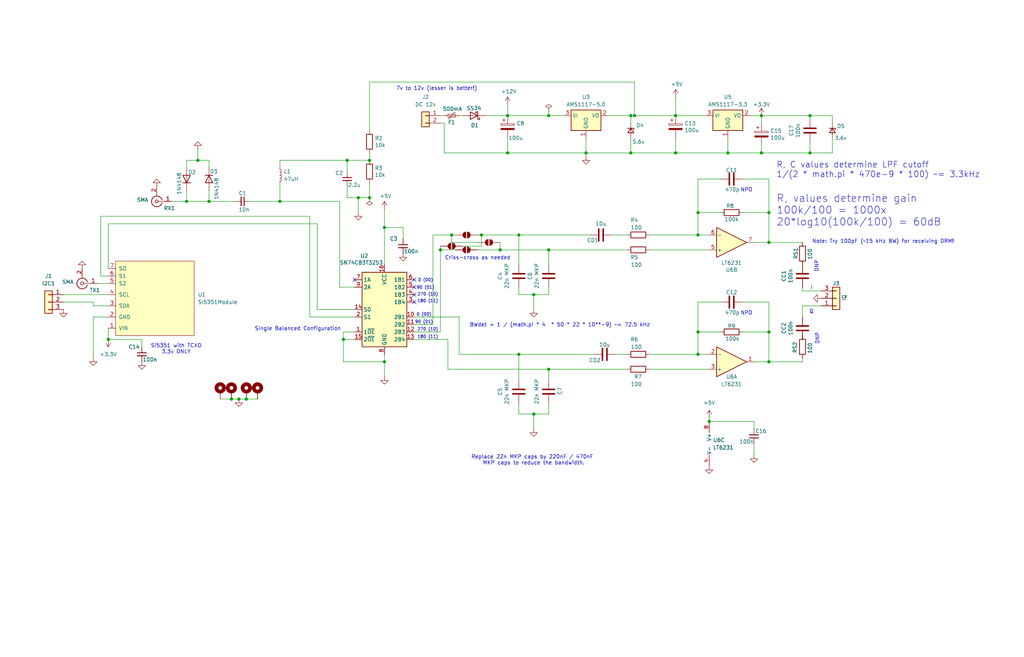
<source format=kicad_sch>
(kicad_sch (version 20231120) (generator "eeschema") (generator_version "8.0")
  (paper "User" 348.412 223.799)
  (title_block (title "QSD RX board for Quisk") (date "2024-06-17") (rev "v0.30") (company "Dhiru VU3CER / WQ6W"))
  (lib_symbols
    (symbol "Amplifier_Operational:LM4562" (pin_names (offset 0.127))
      (property "Reference" "U" (at 0 5.08 0))
      (property "Value" "LM4562" (at 0 -5.08 0))
      (symbol "LM4562_1_1"
        (polyline (pts (xy -5.08 5.08) (xy 5.08 0) (xy -5.08 -5.08) (xy -5.08 5.08)) (stroke (width 0.254)) (fill (type background)))
        (pin output line (at 7.62 0 180) (length 2.54) (name "~") (number "1"))
        (pin input line (at -7.62 -2.54 0) (length 2.54) (name "-") (number "2"))
        (pin input line (at -7.62 2.54 0) (length 2.54) (name "+") (number "3"))
      )
      (symbol "LM4562_2_1"
        (polyline (pts (xy -5.08 5.08) (xy 5.08 0) (xy -5.08 -5.08) (xy -5.08 5.08)) (stroke (width 0.254)) (fill (type background)))
        (pin input line (at -7.62 2.54 0) (length 2.54) (name "+") (number "5"))
        (pin input line (at -7.62 -2.54 0) (length 2.54) (name "-") (number "6"))
        (pin output line (at 7.62 0 180) (length 2.54) (name "~") (number "7"))
      )
      (symbol "LM4562_3_1"
        (pin power_in line (at -2.54 -7.62 90) (length 3.81) (name "V-") (number "4"))
        (pin power_in line (at -2.54 7.62 270) (length 3.81) (name "V+") (number "8"))
      )
    )
    (symbol "Amplifier_Operational:LT6234" (pin_names (offset 0.127))
      (property "Reference" "U" (at 0 5.08 0))
      (property "Value" "LT6234" (at 0 -5.08 0))
      (symbol "LT6234_1_1"
        (polyline (pts (xy -5.08 5.08) (xy 5.08 0) (xy -5.08 -5.08) (xy -5.08 5.08)) (stroke (width 0.254)) (fill (type background)))
        (pin output line (at 7.62 0 180) (length 2.54) (name "~") (number "1"))
        (pin input line (at -7.62 -2.54 0) (length 2.54) (name "-") (number "2"))
        (pin input line (at -7.62 2.54 0) (length 2.54) (name "+") (number "3"))
      )
      (symbol "LT6234_2_1"
        (polyline (pts (xy -5.08 5.08) (xy 5.08 0) (xy -5.08 -5.08) (xy -5.08 5.08)) (stroke (width 0.254)) (fill (type background)))
        (pin input line (at -7.62 2.54 0) (length 2.54) (name "+") (number "5"))
        (pin input line (at -7.62 -2.54 0) (length 2.54) (name "-") (number "6"))
        (pin output line (at 7.62 0 180) (length 2.54) (name "~") (number "7"))
      )
      (symbol "LT6234_3_1"
        (pin power_in line (at -2.54 -7.62 90) (length 3.81) (name "V-") (number "4"))
        (pin power_in line (at -2.54 7.62 270) (length 3.81) (name "V+") (number "8"))
      )
    )
    (symbol "Analog_Switch:SN74CBT3253"
      (property "Reference" "U" (at -7.62 13.97 0))
      (property "Value" "SN74CBT3253" (at -11.43 -13.97 0))
      (symbol "SN74CBT3253_0_1"
        (rectangle (start -7.62 12.7) (end 7.62 -12.7) (stroke (width 0.254)) (fill (type background)))
        (rectangle (start 7.62 -12.7) (end 7.62 -12.7))
      )
      (symbol "SN74CBT3253_1_1"
        (pin input line (at -10.16 -7.62 0) (length 2.54) (name "1~{OE}") (number "1"))
        (pin bidirectional line (at 10.16 -2.54 180) (length 2.54) (name "2B1") (number "10"))
        (pin bidirectional line (at 10.16 -5.08 180) (length 2.54) (name "2B2") (number "11"))
        (pin bidirectional line (at 10.16 -7.62 180) (length 2.54) (name "2B3") (number "12"))
        (pin bidirectional line (at 10.16 -10.16 180) (length 2.54) (name "2B4") (number "13"))
        (pin input line (at -10.16 0 0) (length 2.54) (name "S0") (number "14"))
        (pin input line (at -10.16 -10.16 0) (length 2.54) (name "2~{OE}") (number "15"))
        (pin power_in line (at 0 15.24 270) (length 2.54) (name "VCC") (number "16"))
        (pin input line (at -10.16 -2.54 0) (length 2.54) (name "S1") (number "2"))
        (pin bidirectional line (at 10.16 2.54 180) (length 2.54) (name "1B4") (number "3"))
        (pin bidirectional line (at 10.16 5.08 180) (length 2.54) (name "1B3") (number "4"))
        (pin bidirectional line (at 10.16 7.62 180) (length 2.54) (name "1B2") (number "5"))
        (pin bidirectional line (at 10.16 10.16 180) (length 2.54) (name "1B1") (number "6"))
        (pin bidirectional line (at -10.16 10.16 0) (length 2.54) (name "1A") (number "7"))
        (pin power_in line (at 0 -15.24 90) (length 2.54) (name "GND") (number "8"))
        (pin bidirectional line (at -10.16 7.62 0) (length 2.54) (name "2A") (number "9"))
      )
    )
    (symbol "Connector:Conn_Coaxial" (pin_names (offset 1.016) hide)
      (property "Reference" "J" (at 0.254 3.048 0))
      (property "Value" "Conn_Coaxial" (at 2.921 0 90))
      (symbol "Conn_Coaxial_0_1"
        (arc (start -1.778 -0.508) (mid 0.222 -1.8079) (end 1.778 0) (stroke (width 0.254)))
        (polyline (pts (xy -2.54 0) (xy -0.508 0)))
        (polyline (pts (xy 0 -2.54) (xy 0 -1.778)))
        (circle (center 0 0) (radius 0.508) (stroke (width 0.2032)))
        (arc (start 1.778 0) (mid 0.2221 1.8083) (end -1.778 0.508) (stroke (width 0.254)))
      )
      (symbol "Conn_Coaxial_1_1"
        (pin passive line (at -5.08 0 0) (length 2.54) (name "In") (number "1"))
        (pin passive line (at 0 -5.08 90) (length 2.54) (name "Ext") (number "2"))
      )
    )
    (symbol "Connector_Generic:Conn_01x02" (pin_names (offset 1.016) hide)
      (property "Reference" "J" (at 0 2.54 0))
      (property "Value" "Conn_01x02" (at 0 -5.08 0))
      (symbol "Conn_01x02_1_1"
        (rectangle (start -1.27 -2.413) (end 0 -2.667) (stroke (width 0.1524)))
        (rectangle (start -1.27 0.127) (end 0 -0.127) (stroke (width 0.1524)))
        (rectangle (start -1.27 1.27) (end 1.27 -3.81) (stroke (width 0.254)) (fill (type background)))
        (pin passive line (at -5.08 0 0) (length 3.81) (name "Pin_1") (number "1"))
        (pin passive line (at -5.08 -2.54 0) (length 3.81) (name "Pin_2") (number "2"))
      )
    )
    (symbol "Connector_Generic:Conn_01x03" (pin_names (offset 1.016) hide)
      (property "Reference" "J" (at 0 5.08 0))
      (property "Value" "Conn_01x03" (at 0 -5.08 0))
      (symbol "Conn_01x03_1_1"
        (rectangle (start -1.27 -2.413) (end 0 -2.667) (stroke (width 0.1524)))
        (rectangle (start -1.27 0.127) (end 0 -0.127) (stroke (width 0.1524)))
        (rectangle (start -1.27 2.667) (end 0 2.413) (stroke (width 0.1524)))
        (rectangle (start -1.27 3.81) (end 1.27 -3.81) (stroke (width 0.254)) (fill (type background)))
        (pin passive line (at -5.08 2.54 0) (length 3.81) (name "Pin_1") (number "1"))
        (pin passive line (at -5.08 0 0) (length 3.81) (name "Pin_2") (number "2"))
        (pin passive line (at -5.08 -2.54 0) (length 3.81) (name "Pin_3") (number "3"))
      )
    )
    (symbol "Device:C" (pin_numbers hide) (pin_names (offset 0.254))
      (property "Reference" "C" (at 0.635 2.54 0))
      (property "Value" "C" (at 0.635 -2.54 0))
      (symbol "C_0_1"
        (polyline (pts (xy -2.032 -0.762) (xy 2.032 -0.762)) (stroke (width 0.508)))
        (polyline (pts (xy -2.032 0.762) (xy 2.032 0.762)) (stroke (width 0.508)))
      )
      (symbol "C_1_1"
        (pin passive line (at 0 3.81 270) (length 2.794) (name "~") (number "1"))
        (pin passive line (at 0 -3.81 90) (length 2.794) (name "~") (number "2"))
      )
    )
    (symbol "Device:C_Polarized" (pin_numbers hide) (pin_names (offset 0.254))
      (property "Reference" "C" (at 0.635 2.54 0))
      (property "Value" "C_Polarized" (at 0.635 -2.54 0))
      (symbol "C_Polarized_0_1"
        (rectangle (start -2.286 0.508) (end 2.286 1.016))
        (polyline (pts (xy -1.778 2.286) (xy -0.762 2.286)))
        (polyline (pts (xy -1.27 2.794) (xy -1.27 1.778)))
        (rectangle (start 2.286 -0.508) (end -2.286 -1.016) (fill (type outline)))
      )
      (symbol "C_Polarized_1_1"
        (pin passive line (at 0 3.81 270) (length 2.794) (name "~") (number "1"))
        (pin passive line (at 0 -3.81 90) (length 2.794) (name "~") (number "2"))
      )
    )
    (symbol "Device:C_Small" (pin_numbers hide) (pin_names (offset 0.254) hide)
      (property "Reference" "C" (at 0.254 1.778 0))
      (property "Value" "C_Small" (at 0.254 -2.032 0))
      (symbol "C_Small_0_1"
        (polyline (pts (xy -1.524 -0.508) (xy 1.524 -0.508)) (stroke (width 0.3302)))
        (polyline (pts (xy -1.524 0.508) (xy 1.524 0.508)) (stroke (width 0.3048)))
      )
      (symbol "C_Small_1_1"
        (pin passive line (at 0 2.54 270) (length 2.032) (name "~") (number "1"))
        (pin passive line (at 0 -2.54 90) (length 2.032) (name "~") (number "2"))
      )
    )
    (symbol "Device:D_Zener_Small" (pin_numbers hide) (pin_names (offset 0.254) hide)
      (property "Reference" "D" (at 0 2.286 0))
      (property "Value" "D_Zener_Small" (at 0 -2.286 0))
      (symbol "D_Zener_Small_0_1"
        (polyline (pts (xy 0.762 0) (xy -0.762 0)))
        (polyline (pts (xy -0.254 1.016) (xy -0.762 1.016) (xy -0.762 -1.016)) (stroke (width 0.254)))
        (polyline (pts (xy 0.762 1.016) (xy -0.762 0) (xy 0.762 -1.016) (xy 0.762 1.016)) (stroke (width 0.254)))
      )
      (symbol "D_Zener_Small_1_1"
        (pin passive line (at -2.54 0 0) (length 1.778) (name "K") (number "1"))
        (pin passive line (at 2.54 0 180) (length 1.778) (name "A") (number "2"))
      )
    )
    (symbol "Device:L_Small" (pin_numbers hide) (pin_names (offset 0.254) hide)
      (property "Reference" "L" (at 0.762 1.016 0))
      (property "Value" "L_Small" (at 0.762 -1.016 0))
      (symbol "L_Small_0_1"
        (arc (start 0 -2.032) (mid 0.5058 -1.524) (end 0 -1.016))
        (arc (start 0 -1.016) (mid 0.5058 -0.508) (end 0 0))
        (arc (start 0 0) (mid 0.5058 0.508) (end 0 1.016))
        (arc (start 0 1.016) (mid 0.5058 1.524) (end 0 2.032))
      )
      (symbol "L_Small_1_1"
        (pin passive line (at 0 2.54 270) (length 0.508) (name "~") (number "1"))
        (pin passive line (at 0 -2.54 90) (length 0.508) (name "~") (number "2"))
      )
    )
    (symbol "Device:Polyfuse_Small" (pin_numbers hide) (pin_names (offset 0))
      (property "Reference" "F" (at -1.905 0 90))
      (property "Value" "Polyfuse_Small" (at 1.905 0 90))
      (symbol "Polyfuse_Small_0_1"
        (rectangle (start -0.508 1.27) (end 0.508 -1.27))
        (polyline (pts (xy 0 2.54) (xy 0 -2.54)))
        (polyline (pts (xy -1.016 1.27) (xy -1.016 0.762) (xy 1.016 -0.762) (xy 1.016 -1.27)))
      )
      (symbol "Polyfuse_Small_1_1"
        (pin passive line (at 0 2.54 270) (length 0.635) (name "~") (number "1"))
        (pin passive line (at 0 -2.54 90) (length 0.635) (name "~") (number "2"))
      )
    )
    (symbol "Device:R" (pin_numbers hide) (pin_names (offset 0))
      (property "Reference" "R" (at 2.032 0 90))
      (property "Value" "R" (at 0 0 90))
      (symbol "R_0_1"
        (rectangle (start -1.016 -2.54) (end 1.016 2.54) (stroke (width 0.254)))
      )
      (symbol "R_1_1"
        (pin passive line (at 0 3.81 270) (length 1.27) (name "~") (number "1"))
        (pin passive line (at 0 -3.81 90) (length 1.27) (name "~") (number "2"))
      )
    )
    (symbol "Diode:1N4148" (pin_numbers hide) (pin_names hide)
      (property "Reference" "D" (at 0 2.54 0))
      (property "Value" "1N4148" (at 0 -2.54 0))
      (symbol "1N4148_0_1"
        (polyline (pts (xy -1.27 1.27) (xy -1.27 -1.27)) (stroke (width 0.254)))
        (polyline (pts (xy 1.27 0) (xy -1.27 0)))
        (polyline (pts (xy 1.27 1.27) (xy 1.27 -1.27) (xy -1.27 0) (xy 1.27 1.27)) (stroke (width 0.254)))
      )
      (symbol "1N4148_1_1"
        (pin passive line (at -3.81 0 0) (length 2.54) (name "K") (number "1"))
        (pin passive line (at 3.81 0 180) (length 2.54) (name "A") (number "2"))
      )
    )
    (symbol "Diode:SS34" (pin_numbers hide) (pin_names (offset 1.016) hide)
      (property "Reference" "D" (at 0 2.54 0))
      (property "Value" "SS34" (at 0 -2.54 0))
      (symbol "SS34_0_1"
        (polyline (pts (xy 1.27 0) (xy -1.27 0)))
        (polyline (pts (xy 1.27 1.27) (xy 1.27 -1.27) (xy -1.27 0) (xy 1.27 1.27)) (stroke (width 0.254)))
        (polyline (pts (xy -1.905 0.635) (xy -1.905 1.27) (xy -1.27 1.27) (xy -1.27 -1.27) (xy -0.635 -1.27) (xy -0.635 -0.635)) (stroke (width 0.254)))
      )
      (symbol "SS34_1_1"
        (pin passive line (at -3.81 0 0) (length 2.54) (name "K") (number "1"))
        (pin passive line (at 3.81 0 180) (length 2.54) (name "A") (number "2"))
      )
    )
    (symbol "Jumper:SolderJumper_2_Open" (pin_numbers hide) (pin_names (offset 0) hide) (exclude_from_sim yes) (in_bom no)
      (property "Reference" "JP" (at 0 2.032 0))
      (property "Value" "SolderJumper_2_Open" (at 0 -2.54 0))
      (symbol "SolderJumper_2_Open_0_1"
        (arc (start -0.254 1.016) (mid -1.2656 0) (end -0.254 -1.016))
        (arc (start -0.254 1.016) (mid -1.2656 0) (end -0.254 -1.016) (fill (type outline)))
        (polyline (pts (xy -0.254 1.016) (xy -0.254 -1.016)))
        (polyline (pts (xy 0.254 1.016) (xy 0.254 -1.016)))
        (arc (start 0.254 -1.016) (mid 1.2656 0) (end 0.254 1.016))
        (arc (start 0.254 -1.016) (mid 1.2656 0) (end 0.254 1.016) (fill (type outline)))
      )
      (symbol "SolderJumper_2_Open_1_1"
        (pin passive line (at -3.81 0 0) (length 2.54) (name "A") (number "1"))
        (pin passive line (at 3.81 0 180) (length 2.54) (name "B") (number "2"))
      )
    )
    (symbol "Mechanical:MountingHole_Pad" (pin_numbers hide) (pin_names (offset 1.016) hide)
      (property "Reference" "H" (at 0 6.35 0))
      (property "Value" "MountingHole_Pad" (at 0 4.445 0))
      (symbol "MountingHole_Pad_0_1"
        (circle (center 0 1.27) (radius 1.27) (stroke (width 1.27)))
      )
      (symbol "MountingHole_Pad_1_1"
        (pin input line (at 0 -2.54 90) (length 2.54) (name "1") (number "1"))
      )
    )
    (symbol "Regulator_Linear:AMS1117-3.3"
      (property "Reference" "U" (at -3.81 3.175 0))
      (property "Value" "AMS1117-3.3" (at 0 3.175 0))
      (symbol "AMS1117-3.3_0_1"
        (rectangle (start -5.08 -5.08) (end 5.08 1.905) (stroke (width 0.254)) (fill (type background)))
      )
      (symbol "AMS1117-3.3_1_1"
        (pin power_in line (at 0 -7.62 90) (length 2.54) (name "GND") (number "1"))
        (pin power_out line (at 7.62 0 180) (length 2.54) (name "VO") (number "2"))
        (pin power_in line (at -7.62 0 0) (length 2.54) (name "VI") (number "3"))
      )
    )
    (symbol "Regulator_Linear:AMS1117-5.0"
      (property "Reference" "U" (at -3.81 3.175 0))
      (property "Value" "AMS1117-5.0" (at 0 3.175 0))
      (symbol "AMS1117-5.0_0_1"
        (rectangle (start -5.08 -5.08) (end 5.08 1.905) (stroke (width 0.254)) (fill (type background)))
      )
      (symbol "AMS1117-5.0_1_1"
        (pin power_in line (at 0 -7.62 90) (length 2.54) (name "GND") (number "1"))
        (pin power_out line (at 7.62 0 180) (length 2.54) (name "VO") (number "2"))
        (pin power_in line (at -7.62 0 0) (length 2.54) (name "VI") (number "3"))
      )
    )
    (symbol "power:+12V" (power) (pin_numbers hide) (pin_names (offset 0) hide)
      (property "Value" "+12V" (at 0 3.556 0))
      (symbol "+12V_0_1"
        (polyline (pts (xy -0.762 1.27) (xy 0 2.54)))
        (polyline (pts (xy 0 0) (xy 0 2.54)))
        (polyline (pts (xy 0 2.54) (xy 0.762 1.27)))
      )
      (symbol "+12V_1_1"
        (pin power_in line (at 0 0 90) (length 0) (name "~") (number "1"))
      )
    )
    (symbol "power:+3.3V" (power) (pin_numbers hide) (pin_names (offset 0) hide)
      (property "Value" "+3.3V" (at 0 3.556 0))
      (symbol "+3.3V_0_1"
        (polyline (pts (xy -0.762 1.27) (xy 0 2.54)))
        (polyline (pts (xy 0 0) (xy 0 2.54)))
        (polyline (pts (xy 0 2.54) (xy 0.762 1.27)))
      )
      (symbol "+3.3V_1_1"
        (pin power_in line (at 0 0 90) (length 0) (name "~") (number "1"))
      )
    )
    (symbol "power:+5V" (power) (pin_numbers hide) (pin_names (offset 0) hide)
      (property "Value" "+5V" (at 0 3.556 0))
      (symbol "+5V_0_1"
        (polyline (pts (xy -0.762 1.27) (xy 0 2.54)))
        (polyline (pts (xy 0 0) (xy 0 2.54)))
        (polyline (pts (xy 0 2.54) (xy 0.762 1.27)))
      )
      (symbol "+5V_1_1"
        (pin power_in line (at 0 0 90) (length 0) (name "~") (number "1"))
      )
    )
    (symbol "power:GND" (power) (pin_numbers hide) (pin_names (offset 0) hide)
      (property "Value" "GND" (at 0 -3.81 0))
      (symbol "GND_0_1"
        (polyline (pts (xy 0 0) (xy 0 -1.27) (xy 1.27 -1.27) (xy 0 -2.54) (xy -1.27 -1.27) (xy 0 -1.27)))
      )
      (symbol "GND_1_1"
        (pin power_in line (at 0 0 270) (length 0) (name "~") (number "1"))
      )
    )
    (symbol "power:PWR_FLAG" (power) (pin_numbers hide) (pin_names (offset 0) hide)
      (property "Value" "PWR_FLAG" (at 0 3.81 0))
      (symbol "PWR_FLAG_0_0"
        (pin power_out line (at 0 0 90) (length 0) (name "~") (number "1"))
      )
      (symbol "PWR_FLAG_0_1"
        (polyline (pts (xy 0 0) (xy 0 1.27) (xy -1.016 1.905) (xy 0 2.54) (xy 1.016 1.905) (xy 0 1.27)))
      )
    )
    (symbol "si5351module_fixed:SI5351Module_2-VFO" (pin_names (offset 1.016))
      (property "Reference" "U1" (at 15.24 1.2701 0))
      (property "Value" "SI5351Module" (at 15.24 -1.2699 0))
      (symbol "SI5351Module_2-VFO_0_1"
        (rectangle (start -12.7 12.7) (end 13.97 -12.7) (fill (type background)))
      )
      (symbol "SI5351Module_2-VFO_1_1"
        (pin input line (at -15.24 -10.16 0) (length 2.54) (name "VIN") (number "1"))
        (pin input line (at -15.24 -6.35 0) (length 2.54) (name "GND") (number "2"))
        (pin input line (at -15.24 -2.54 0) (length 2.54) (name "SDA") (number "3"))
        (pin input line (at -15.24 1.27 0) (length 2.54) (name "SCL") (number "4"))
        (pin output line (at -15.24 5.08 0) (length 2.54) (name "S2") (number "5"))
        (pin output line (at -15.24 7.62 0) (length 2.54) (name "S1") (number "6"))
        (pin output line (at -15.24 10.16 0) (length 2.54) (name "SO") (number "7"))
      )
    )
  )
  (junction (at 229.87 52.07))
  (junction (at 78.74 135.89))
  (junction (at 125.73 54.61))
  (junction (at 237.49 72.39))
  (junction (at 237.49 113.03))
  (junction (at 261.62 113.03))
  (junction (at 170.18 85.09))
  (junction (at 186.69 125.73))
  (junction (at 67.31 54.61))
  (junction (at 229.87 39.37))
  (junction (at 186.69 39.37))
  (junction (at 241.3 143.51))
  (junction (at 172.72 39.37))
  (junction (at 247.65 52.07))
  (junction (at 125.73 67.31))
  (junction (at 153.67 80.01))
  (junction (at 121.92 67.31))
  (junction (at 130.81 123.19))
  (junction (at 36.83 115.57))
  (junction (at 181.61 140.97))
  (junction (at 149.86 85.09))
  (junction (at 259.08 39.37))
  (junction (at 237.49 120.65))
  (junction (at 95.25 68.58))
  (junction (at 275.59 39.37))
  (junction (at 261.62 123.19))
  (junction (at 176.53 80.01))
  (junction (at 214.63 39.37))
  (junction (at 261.62 82.55))
  (junction (at 275.59 52.07))
  (junction (at 176.53 120.65))
  (junction (at 261.62 72.39))
  (junction (at 181.61 100.33))
  (junction (at 163.83 80.01))
  (junction (at 71.12 68.58))
  (junction (at 214.63 52.07))
  (junction (at 199.39 52.07))
  (junction (at 63.5 68.58))
  (junction (at 237.49 80.01))
  (junction (at 118.11 54.61))
  (junction (at 186.69 85.09))
  (junction (at 172.72 52.07))
  (junction (at 81.28 135.89))
  (junction (at 83.82 135.89))
  (junction (at 259.08 52.07))
  (junction (at 116.84 115.57))
  (junction (at 130.81 77.47))
  (junction (at 215.9 39.37))
  (no_connect (at 140.97 102.87))
  (no_connect (at 140.97 95.25))
  (no_connect (at 140.97 97.79))
  (no_connect (at 120.65 95.25))
  (no_connect (at 140.97 100.33))
  (wire (pts (xy 21.59 100.33) (xy 36.83 100.33)))
  (wire (pts (xy 252.73 102.87) (xy 261.62 102.87)))
  (wire (pts (xy 165.1 39.37) (xy 172.72 39.37)))
  (wire (pts (xy 241.3 142.24) (xy 241.3 143.51)))
  (wire (pts (xy 71.12 64.77) (xy 71.12 68.58)))
  (wire (pts (xy 125.73 54.61) (xy 125.73 52.07)))
  (wire (pts (xy 220.98 125.73) (xy 241.3 125.73)))
  (wire (pts (xy 125.73 67.31) (xy 121.92 67.31)))
  (wire (pts (xy 256.54 143.51) (xy 256.54 146.05)))
  (wire (pts (xy 208.28 80.01) (xy 213.36 80.01)))
  (wire (pts (xy 105.41 73.66) (xy 105.41 107.95)))
  (wire (pts (xy 140.97 110.49) (xy 147.32 110.49)))
  (wire (pts (xy 58.42 68.58) (xy 63.5 68.58)))
  (wire (pts (xy 186.69 125.73) (xy 213.36 125.73)))
  (wire (pts (xy 261.62 123.19) (xy 273.05 123.19)))
  (wire (pts (xy 116.84 115.57) (xy 120.65 115.57)))
  (wire (pts (xy 140.97 107.95) (xy 156.21 107.95)))
  (wire (pts (xy 275.59 40.64) (xy 275.59 39.37)))
  (wire (pts (xy 63.5 68.58) (xy 71.12 68.58)))
  (wire (pts (xy 162.56 80.01) (xy 163.83 80.01)))
  (wire (pts (xy 283.21 46.99) (xy 283.21 52.07)))
  (wire (pts (xy 85.09 68.58) (xy 95.25 68.58)))
  (wire (pts (xy 95.25 68.58) (xy 115.57 68.58)))
  (wire (pts (xy 237.49 120.65) (xy 241.3 120.65)))
  (wire (pts (xy 130.81 71.12) (xy 130.81 77.47)))
  (wire (pts (xy 273.05 104.14) (xy 273.05 107.95)))
  (wire (pts (xy 172.72 35.56) (xy 172.72 39.37)))
  (wire (pts (xy 63.5 54.61) (xy 63.5 57.15)))
  (wire (pts (xy 209.55 120.65) (xy 213.36 120.65)))
  (wire (pts (xy 153.67 82.55) (xy 162.56 82.55)))
  (wire (pts (xy 186.69 85.09) (xy 213.36 85.09)))
  (wire (pts (xy 245.11 113.03) (xy 237.49 113.03)))
  (wire (pts (xy 172.72 46.99) (xy 172.72 52.07)))
  (wire (pts (xy 149.86 41.91) (xy 151.13 41.91)))
  (wire (pts (xy 36.83 107.95) (xy 31.75 107.95)))
  (wire (pts (xy 116.84 113.03) (xy 116.84 115.57)))
  (wire (pts (xy 215.9 39.37) (xy 229.87 39.37)))
  (wire (pts (xy 67.31 54.61) (xy 71.12 54.61)))
  (wire (pts (xy 118.11 54.61) (xy 125.73 54.61)))
  (wire (pts (xy 252.73 113.03) (xy 261.62 113.03)))
  (wire (pts (xy 71.12 54.61) (xy 71.12 57.15)))
  (wire (pts (xy 118.11 54.61) (xy 118.11 58.42)))
  (wire (pts (xy 34.29 73.66) (xy 105.41 73.66)))
  (wire (pts (xy 214.63 46.99) (xy 214.63 52.07)))
  (wire (pts (xy 283.21 52.07) (xy 275.59 52.07)))
  (wire (pts (xy 48.26 115.57) (xy 48.26 118.11)))
  (wire (pts (xy 125.73 27.94) (xy 125.73 44.45)))
  (wire (pts (xy 247.65 46.99) (xy 247.65 52.07)))
  (wire (pts (xy 137.16 77.47) (xy 130.81 77.47)))
  (wire (pts (xy 71.12 68.58) (xy 80.01 68.58)))
  (wire (pts (xy 170.18 85.09) (xy 186.69 85.09)))
  (wire (pts (xy 261.62 82.55) (xy 256.54 82.55)))
  (wire (pts (xy 130.81 120.65) (xy 130.81 123.19)))
  (wire (pts (xy 176.53 80.01) (xy 200.66 80.01)))
  (wire (pts (xy 95.25 54.61) (xy 118.11 54.61)))
  (wire (pts (xy 130.81 123.19) (xy 130.81 128.27)))
  (wire (pts (xy 220.98 85.09) (xy 241.3 85.09)))
  (wire (pts (xy 107.95 105.41) (xy 120.65 105.41)))
  (wire (pts (xy 36.83 111.76) (xy 36.83 115.57)))
  (wire (pts (xy 125.73 62.23) (xy 125.73 67.31)))
  (wire (pts (xy 214.63 52.07) (xy 229.87 52.07)))
  (wire (pts (xy 229.87 39.37) (xy 240.03 39.37)))
  (wire (pts (xy 147.32 80.01) (xy 153.67 80.01)))
  (wire (pts (xy 186.69 90.17) (xy 186.69 85.09)))
  (wire (pts (xy 81.28 135.89) (xy 83.82 135.89)))
  (wire (pts (xy 199.39 52.07) (xy 214.63 52.07)))
  (wire (pts (xy 256.54 151.13) (xy 256.54 154.94)))
  (wire (pts (xy 186.69 38.1) (xy 186.69 39.37)))
  (wire (pts (xy 67.31 50.8) (xy 67.31 54.61)))
  (wire (pts (xy 245.11 102.87) (xy 237.49 102.87)))
  (wire (pts (xy 34.29 93.98) (xy 34.29 73.66)))
  (wire (pts (xy 259.08 39.37) (xy 255.27 39.37)))
  (wire (pts (xy 181.61 140.97) (xy 181.61 146.05)))
  (wire (pts (xy 279.4 99.06) (xy 273.05 99.06)))
  (wire (pts (xy 130.81 77.47) (xy 130.81 90.17)))
  (wire (pts (xy 149.86 85.09) (xy 154.94 85.09)))
  (wire (pts (xy 176.53 140.97) (xy 181.61 140.97)))
  (wire (pts (xy 252.73 72.39) (xy 261.62 72.39)))
  (wire (pts (xy 273.05 114.3) (xy 273.05 115.57)))
  (wire (pts (xy 21.59 102.87) (xy 31.75 102.87)))
  (wire (pts (xy 115.57 68.58) (xy 115.57 97.79)))
  (wire (pts (xy 275.59 39.37) (xy 259.08 39.37)))
  (wire (pts (xy 156.21 39.37) (xy 157.48 39.37)))
  (wire (pts (xy 186.69 39.37) (xy 191.77 39.37)))
  (wire (pts (xy 261.62 123.19) (xy 256.54 123.19)))
  (wire (pts (xy 237.49 60.96) (xy 237.49 72.39)))
  (wire (pts (xy 259.08 52.07) (xy 275.59 52.07)))
  (wire (pts (xy 95.25 62.23) (xy 95.25 68.58)))
  (wire (pts (xy 162.56 85.09) (xy 170.18 85.09)))
  (wire (pts (xy 279.4 104.14) (xy 273.05 104.14)))
  (wire (pts (xy 118.11 63.5) (xy 118.11 67.31)))
  (wire (pts (xy 116.84 123.19) (xy 116.84 115.57)))
  (wire (pts (xy 181.61 100.33) (xy 176.53 100.33)))
  (wire (pts (xy 199.39 52.07) (xy 199.39 53.34)))
  (wire (pts (xy 229.87 33.02) (xy 229.87 39.37)))
  (wire (pts (xy 105.41 107.95) (xy 120.65 107.95)))
  (wire (pts (xy 36.83 93.98) (xy 34.29 93.98)))
  (wire (pts (xy 147.32 80.01) (xy 147.32 110.49)))
  (wire (pts (xy 259.08 41.91) (xy 259.08 39.37)))
  (wire (pts (xy 120.65 113.03) (xy 116.84 113.03)))
  (wire (pts (xy 163.83 80.01) (xy 163.83 83.82)))
  (wire (pts (xy 275.59 39.37) (xy 283.21 39.37)))
  (wire (pts (xy 245.11 60.96) (xy 237.49 60.96)))
  (wire (pts (xy 181.61 140.97) (xy 186.69 140.97)))
  (wire (pts (xy 275.59 52.07) (xy 275.59 48.26)))
  (wire (pts (xy 130.81 123.19) (xy 116.84 123.19)))
  (wire (pts (xy 163.83 80.01) (xy 176.53 80.01)))
  (wire (pts (xy 153.67 80.01) (xy 154.94 80.01)))
  (wire (pts (xy 247.65 52.07) (xy 259.08 52.07)))
  (wire (pts (xy 149.86 83.82) (xy 149.86 85.09)))
  (wire (pts (xy 140.97 113.03) (xy 149.86 113.03)))
  (wire (pts (xy 252.73 60.96) (xy 261.62 60.96)))
  (wire (pts (xy 181.61 100.33) (xy 186.69 100.33)))
  (wire (pts (xy 229.87 52.07) (xy 229.87 46.99)))
  (wire (pts (xy 121.92 67.31) (xy 118.11 67.31)))
  (wire (pts (xy 121.92 72.39) (xy 121.92 67.31)))
  (wire (pts (xy 125.73 27.94) (xy 215.9 27.94)))
  (wire (pts (xy 78.74 135.89) (xy 81.28 135.89)))
  (wire (pts (xy 237.49 80.01) (xy 237.49 72.39)))
  (wire (pts (xy 214.63 39.37) (xy 215.9 39.37)))
  (wire (pts (xy 74.93 135.89) (xy 78.74 135.89)))
  (wire (pts (xy 186.69 97.79) (xy 186.69 100.33)))
  (wire (pts (xy 172.72 39.37) (xy 186.69 39.37)))
  (wire (pts (xy 181.61 100.33) (xy 181.61 105.41)))
  (wire (pts (xy 33.02 96.52) (xy 36.83 96.52)))
  (wire (pts (xy 237.49 113.03) (xy 237.49 120.65)))
  (wire (pts (xy 261.62 82.55) (xy 273.05 82.55)))
  (wire (pts (xy 152.4 125.73) (xy 152.4 115.57)))
  (wire (pts (xy 36.83 76.2) (xy 36.83 91.44)))
  (wire (pts (xy 156.21 120.65) (xy 176.53 120.65)))
  (wire (pts (xy 149.86 113.03) (xy 149.86 85.09)))
  (wire (pts (xy 186.69 129.54) (xy 186.69 125.73)))
  (wire (pts (xy 149.86 39.37) (xy 151.13 39.37)))
  (wire (pts (xy 152.4 115.57) (xy 140.97 115.57)))
  (wire (pts (xy 153.67 80.01) (xy 153.67 82.55)))
  (wire (pts (xy 137.16 77.47) (xy 137.16 81.28)))
  (wire (pts (xy 176.53 120.65) (xy 201.93 120.65)))
  (wire (pts (xy 31.75 107.95) (xy 31.75 121.92)))
  (wire (pts (xy 207.01 39.37) (xy 214.63 39.37)))
  (wire (pts (xy 170.18 82.55) (xy 170.18 85.09)))
  (wire (pts (xy 176.53 120.65) (xy 176.53 129.54)))
  (wire (pts (xy 261.62 60.96) (xy 261.62 72.39)))
  (wire (pts (xy 151.13 52.07) (xy 172.72 52.07)))
  (wire (pts (xy 237.49 72.39) (xy 245.11 72.39)))
  (wire (pts (xy 176.53 137.16) (xy 176.53 140.97)))
  (wire (pts (xy 156.21 107.95) (xy 156.21 120.65)))
  (wire (pts (xy 176.53 80.01) (xy 176.53 90.17)))
  (wire (pts (xy 215.9 27.94) (xy 215.9 39.37)))
  (wire (pts (xy 273.05 121.92) (xy 273.05 123.19)))
  (wire (pts (xy 220.98 80.01) (xy 237.49 80.01)))
  (wire (pts (xy 214.63 39.37) (xy 214.63 41.91)))
  (wire (pts (xy 186.69 137.16) (xy 186.69 140.97)))
  (wire (pts (xy 63.5 64.77) (xy 63.5 68.58)))
  (wire (pts (xy 36.83 76.2) (xy 107.95 76.2)))
  (wire (pts (xy 273.05 97.79) (xy 273.05 99.06)))
  (wire (pts (xy 176.53 97.79) (xy 176.53 100.33)))
  (wire (pts (xy 157.48 83.82) (xy 163.83 83.82)))
  (wire (pts (xy 261.62 72.39) (xy 261.62 82.55)))
  (wire (pts (xy 31.75 102.87) (xy 31.75 104.14)))
  (wire (pts (xy 36.83 115.57) (xy 48.26 115.57)))
  (wire (pts (xy 115.57 97.79) (xy 120.65 97.79)))
  (wire (pts (xy 107.95 76.2) (xy 107.95 105.41)))
  (wire (pts (xy 63.5 54.61) (xy 67.31 54.61)))
  (wire (pts (xy 220.98 120.65) (xy 237.49 120.65)))
  (wire (pts (xy 261.62 102.87) (xy 261.62 113.03)))
  (wire (pts (xy 229.87 52.07) (xy 247.65 52.07)))
  (wire (pts (xy 152.4 125.73) (xy 186.69 125.73)))
  (wire (pts (xy 237.49 102.87) (xy 237.49 113.03)))
  (wire (pts (xy 83.82 135.89) (xy 87.63 135.89)))
  (wire (pts (xy 241.3 80.01) (xy 237.49 80.01)))
  (wire (pts (xy 95.25 54.61) (xy 95.25 57.15)))
  (wire (pts (xy 199.39 46.99) (xy 199.39 52.07)))
  (wire (pts (xy 283.21 39.37) (xy 283.21 41.91)))
  (wire (pts (xy 259.08 52.07) (xy 259.08 49.53)))
  (wire (pts (xy 261.62 113.03) (xy 261.62 123.19)))
  (wire (pts (xy 241.3 143.51) (xy 256.54 143.51)))
  (wire (pts (xy 31.75 104.14) (xy 36.83 104.14)))
  (wire (pts (xy 151.13 41.91) (xy 151.13 52.07)))
  (wire (pts (xy 172.72 52.07) (xy 199.39 52.07)))
  (text "NPO" (at 254 64.77 0) (effects (font (size 1.27 1.27))))
  (text "7v to 12v (lesser is better!)" (at 148.59 30.226 0) (effects (font (size 1.27 1.27))))
  (text "DNP" (at 278.13 115.316 90) (effects (font (size 1.27 1.27))))
  (text "0 (00)" (at 144.78 95.504 0) (effects (font (size 1.016 1.016))))
  (text "I" (at 276.098 98.044 0) (effects (font (size 1.27 1.27))))
  (text "180 (11)" (at 145.542 102.616 0) (effects (font (size 1.016 1.016))))
  (text "BWdet = 1 / (math.pi * 4  * 50 * 22 * 10**-9) ~= 72.5 kHz" (at 190.5 110.744 0) (effects (font (size 1.27 1.27))))
  (text "R, values determine gain\n100k/100 = 1000x\n20*log10(100k/100) = 60dB" (at 264.16 77.216 0) (effects (font (size 2.5 2.5)) (justify left bottom)))
  (text "Note: Try 100pF (~15 kHz BW) for receiving DRM!" (at 300.482 82.296 0) (effects (font (size 1.27 1.27))))
  (text "0 (00)" (at 144.272 107.188 0) (effects (font (size 1.016 1.016))))
  (text "180 (11)" (at 145.542 114.808 0) (effects (font (size 1.016 1.016))))
  (text "Criss-cross as needed" (at 162.56 87.884 0) (effects (font (size 1.27 1.27))))
  (text "Replace 22n MKP caps by 220nF / 470nF \nMKP caps to reduce the bandwidth." (at 181.61 156.718 0) (effects (font (size 1.27 1.27))))
  (text "90 (01)" (at 144.78 98.044 0) (effects (font (size 1.016 1.016))))
  (text "270 (10)" (at 145.542 100.33 0) (effects (font (size 1.016 1.016))))
  (text "R, C values determine LPF cutoff\n1/(2 * math.pi * 470e-9 * 100) ~= 3.3kHz" (at 264.16 60.706 0) (effects (font (size 2.032 2.032)) (justify left bottom)))
  (text "270 (10)" (at 145.542 112.268 0) (effects (font (size 1.016 1.016))))
  (text "Si5351 with TCXO\n3.3v ONLY" (at 59.944 118.872 0) (effects (font (size 1.27 1.27))))
  (text "Single Balanced Configuration" (at 101.346 112.014 0) (effects (font (size 1.27 1.27))))
  (text "Q" (at 276.098 106.172 0) (effects (font (size 1.27 1.27))))
  (text "DNP" (at 277.876 90.678 90) (effects (font (size 1.27 1.27))))
  (text "90 (01)" (at 144.272 109.728 0) (effects (font (size 1.016 1.016))))
  (text "NPO" (at 254 106.68 0) (effects (font (size 1.27 1.27))))
  (symbol (lib_id "Connector:Conn_Coaxial") (at 27.94 96.52 180) (unit 1)
    (property "Reference" "TX1" (at 32.258 98.806 0))
    (property "Value" "SMA" (at 23.114 96.012 0))
    (property "Footprint" "Connector_Coaxial:SMA_Samtec_SMA-J-P-H-ST-EM1_EdgeMount" (effects (hide yes)))
    (property "Description" "coaxial connector (BNC, SMA, SMB, SMC, Cinch/RCA, LEMO, ...)" (effects (hide yes)))
  )
  (symbol (lib_id "Device:R") (at 125.73 48.26 0) (unit 1)
    (property "Reference" "R2" (at 127.508 47.0916 0) (effects (justify left)))
    (property "Value" "10k" (at 127.508 49.403 0) (effects (justify left)))
    (property "Footprint" "Resistor_SMD:R_1206_3216Metric_Pad1.30x1.75mm_HandSolder" (effects (hide yes)))
  )
  (symbol (lib_id "power:PWR_FLAG") (at 186.69 38.1 0) (unit 1)
    (property "Reference" "#FLG02" (effects (hide yes)))
    (property "Value" "PWR_FLAG" (effects (hide yes)))
    (property "Description" "Special symbol for telling ERC where power comes from" (effects (hide yes)))
  )
  (symbol (lib_id "Mechanical:MountingHole_Pad") (at 87.63 133.35 0) (unit 1)
    (property "Reference" "H4" (effects (hide yes)))
    (property "Value" "MountingHole_Pad" (effects (hide yes)))
    (property "Footprint" "MountingHole:MountingHole_3.2mm_M3_Pad_Via" (effects (hide yes)))
  )
  (symbol (lib_id "Device:C_Small") (at 137.16 83.82 0) (unit 1)
    (property "Reference" "C3" (at 132.588 81.28 0) (effects (justify left)))
    (property "Value" "100n" (at 137.414 85.598 0) (effects (justify left)))
    (property "Footprint" "Capacitor_SMD:C_1206_3216Metric_Pad1.33x1.80mm_HandSolder" (effects (hide yes)))
    (property "Description" "Unpolarized capacitor, small symbol" (effects (hide yes)))
  )
  (symbol (lib_id "Device:L_Small") (at 95.25 59.69 0) (unit 1)
    (property "Reference" "L1" (at 96.52 58.4199 0) (effects (justify left)))
    (property "Value" "47uH" (at 96.52 60.9599 0) (effects (justify left)))
    (property "Footprint" "Inductor_SMD:L_1210_3225Metric_Pad1.42x2.65mm_HandSolder" (effects (hide yes)))
    (property "Description" "Inductor, small symbol" (effects (hide yes)))
  )
  (symbol (lib_id "Device:R") (at 248.92 72.39 90) (unit 1)
    (property "Reference" "R8" (at 248.412 70.104 90))
    (property "Value" "100k" (at 248.92 74.676 90))
    (property "Footprint" "Resistor_SMD:R_1206_3216Metric_Pad1.30x1.75mm_HandSolder" (effects (hide yes)))
  )
  (symbol (lib_id "power:+3.3V") (at 36.83 115.57 180) (unit 1)
    (property "Reference" "#PWR03" (effects (hide yes)))
    (property "Value" "+3.3V" (at 36.83 120.65 0))
    (property "Description" "Power symbol creates a global label with name \"+3.3V\"" (effects (hide yes)))
  )
  (symbol (lib_id "power:+5V") (at 130.81 71.12 0) (unit 1)
    (property "Reference" "#PWR07" (effects (hide yes)))
    (property "Value" "+5V" (at 131.191 66.7258 0))
    (property "Description" "Power symbol creates a global label with name \"+5V\"" (effects (hide yes)))
  )
  (symbol (lib_id "Device:C_Small") (at 256.54 148.59 180) (unit 1)
    (property "Reference" "C16" (at 260.858 146.812 0) (effects (justify left)))
    (property "Value" "100n" (at 256.54 150.368 0) (effects (justify left)))
    (property "Footprint" "Capacitor_SMD:C_1206_3216Metric_Pad1.33x1.80mm_HandSolder" (effects (hide yes)))
    (property "Description" "Unpolarized capacitor, small symbol" (effects (hide yes)))
  )
  (symbol (lib_id "Device:C") (at 273.05 93.98 180) (unit 1)
    (property "Reference" "CC1" (at 266.6746 93.98 90))
    (property "Value" "100n" (at 268.986 93.98 90))
    (property "Footprint" "Capacitor_SMD:C_1206_3216Metric_Pad1.33x1.80mm_HandSolder" (effects (hide yes)))
  )
  (symbol (lib_id "Amplifier_Operational:LM4562") (at 248.92 82.55 0) (mirror x) (unit 2)
    (property "Reference" "U6" (at 248.92 91.8464 0))
    (property "Value" "LT6231" (at 248.92 89.535 0))
    (property "Footprint" "Package_SO:SO-8_3.9x4.9mm_P1.27mm" (effects (hide yes)))
    (property "Datasheet" "http://www.ti.com/lit/ds/symlink/lm4562.pdf" (effects (hide yes)))
  )
  (symbol (lib_id "power:GND") (at 31.75 121.92 0) (unit 1)
    (property "Reference" "#PWR02" (effects (hide yes)))
    (property "Value" "GND" (effects (hide yes)))
    (property "Description" "Power symbol creates a global label with name \"GND\" , ground" (effects (hide yes)))
  )
  (symbol (lib_id "power:+5V") (at 241.3 142.24 0) (unit 1)
    (property "Reference" "#PWR015" (effects (hide yes)))
    (property "Value" "+5V" (at 241.3 137.16 0))
    (property "Description" "Power symbol creates a global label with name \"+5V\"" (effects (hide yes)))
  )
  (symbol (lib_id "Mechanical:MountingHole_Pad") (at 78.74 133.35 0) (unit 1)
    (property "Reference" "H2" (effects (hide yes)))
    (property "Value" "MountingHole_Pad" (effects (hide yes)))
    (property "Footprint" "MountingHole:MountingHole_3.2mm_M3_Pad_Via" (effects (hide yes)))
  )
  (symbol (lib_id "power:GND") (at 53.34 63.5 180) (unit 1)
    (property "Reference" "#PWR04" (effects (hide yes)))
    (property "Value" "GND" (effects (hide yes)))
    (property "Description" "Power symbol creates a global label with name \"GND\" , ground" (effects (hide yes)))
  )
  (symbol (lib_id "power:+3.3V") (at 259.08 39.37 0) (unit 1)
    (property "Reference" "#PWR020" (effects (hide yes)))
    (property "Value" "+3.3V" (at 259.08 35.56 0))
    (property "Description" "Power symbol creates a global label with name \"+3.3V\"" (effects (hide yes)))
  )
  (symbol (lib_id "Device:R") (at 273.05 86.36 0) (unit 1)
    (property "Reference" "RS1" (at 270.764 84.328 90) (effects (justify right)))
    (property "Value" "100" (at 275.59 84.582 90) (effects (justify right)))
    (property "Footprint" "Resistor_SMD:R_1206_3216Metric_Pad1.30x1.75mm_HandSolder" (effects (hide yes)))
  )
  (symbol (lib_id "Device:R") (at 248.92 113.03 90) (unit 1)
    (property "Reference" "R9" (at 248.92 110.998 90))
    (property "Value" "100k" (at 249.174 115.316 90))
    (property "Footprint" "Resistor_SMD:R_1206_3216Metric_Pad1.30x1.75mm_HandSolder" (effects (hide yes)))
  )
  (symbol (lib_id "power:GND") (at 241.3 158.75 0) (unit 1)
    (property "Reference" "#PWR022" (effects (hide yes)))
    (property "Value" "GND" (effects (hide yes)))
    (property "Description" "Power symbol creates a global label with name \"GND\" , ground" (effects (hide yes)))
  )
  (symbol (lib_id "Device:R") (at 217.17 120.65 270) (unit 1)
    (property "Reference" "R6" (at 217.17 115.57 90) (effects (justify right)))
    (property "Value" "100" (at 218.44 118.11 90) (effects (justify right)))
    (property "Footprint" "Resistor_SMD:R_1206_3216Metric_Pad1.30x1.75mm_HandSolder" (effects (hide yes)))
  )
  (symbol (lib_id "Mechanical:MountingHole_Pad") (at 83.82 133.35 0) (unit 1)
    (property "Reference" "H3" (effects (hide yes)))
    (property "Value" "MountingHole_Pad" (effects (hide yes)))
    (property "Footprint" "MountingHole:MountingHole_3.2mm_M3_Pad_Via" (effects (hide yes)))
  )
  (symbol (lib_id "Device:R") (at 273.05 118.11 0) (unit 1)
    (property "Reference" "RS2" (at 270.51 116.332 90) (effects (justify right)))
    (property "Value" "100" (at 275.59 116.586 90) (effects (justify right)))
    (property "Footprint" "Resistor_SMD:R_1206_3216Metric_Pad1.30x1.75mm_HandSolder" (effects (hide yes)))
  )
  (symbol (lib_id "Device:R") (at 217.17 80.01 270) (unit 1)
    (property "Reference" "R4" (at 217.17 74.93 90) (effects (justify right)))
    (property "Value" "100" (at 218.44 77.47 90) (effects (justify right)))
    (property "Footprint" "Resistor_SMD:R_1206_3216Metric_Pad1.30x1.75mm_HandSolder" (effects (hide yes)))
  )
  (symbol (lib_id "Device:C") (at 204.47 80.01 270) (unit 1)
    (property "Reference" "CD1" (at 201.676 81.788 90))
    (property "Value" "10u" (at 204.47 76.2 90))
    (property "Footprint" "Capacitor_SMD:C_1206_3216Metric_Pad1.33x1.80mm_HandSolder" (effects (hide yes)))
  )
  (symbol (lib_id "power:PWR_FLAG") (at 125.73 67.31 180) (unit 1)
    (property "Reference" "#FLG01" (effects (hide yes)))
    (property "Value" "PWR_FLAG" (effects (hide yes)))
    (property "Description" "Special symbol for telling ERC where power comes from" (effects (hide yes)))
  )
  (symbol (lib_id "Device:C") (at 275.59 44.45 180) (unit 1)
    (property "Reference" "C17" (at 269.2146 44.45 90))
    (property "Value" "100n" (at 271.526 44.45 90))
    (property "Footprint" "Capacitor_SMD:C_1206_3216Metric_Pad1.33x1.80mm_HandSolder" (effects (hide yes)))
  )
  (symbol (lib_id "Diode:SS34") (at 161.29 39.37 180) (unit 1)
    (property "Reference" "D1" (at 161.544 42.672 0))
    (property "Value" "SS34" (at 161.29 36.83 0))
    (property "Footprint" "Diode_SMD:D_SMA_Handsoldering" (effects (hide yes)))
    (property "Datasheet" "https://www.vishay.com/docs/88751/ss32.pdf" (effects (hide yes)))
    (property "Description" "40V 3A Schottky Diode, SMA" (effects (hide yes)))
  )
  (symbol (lib_id "power:GND") (at 279.4 101.6 270) (unit 1)
    (property "Reference" "#PWR018" (effects (hide yes)))
    (property "Value" "GND" (effects (hide yes)))
    (property "Description" "Power symbol creates a global label with name \"GND\" , ground" (effects (hide yes)))
  )
  (symbol (lib_id "Device:R") (at 125.73 58.42 0) (unit 1)
    (property "Reference" "R3" (at 127.508 57.2516 0) (effects (justify left)))
    (property "Value" "10k" (at 127.508 59.563 0) (effects (justify left)))
    (property "Footprint" "Resistor_SMD:R_1206_3216Metric_Pad1.30x1.75mm_HandSolder" (effects (hide yes)))
  )
  (symbol (lib_id "Amplifier_Operational:LM4562") (at 248.92 123.19 0) (mirror x) (unit 1)
    (property "Reference" "U6" (at 248.92 128.27 0))
    (property "Value" "LT6231" (at 248.92 130.81 0))
    (property "Footprint" "Package_SO:SO-8_3.9x4.9mm_P1.27mm" (effects (hide yes)))
    (property "Datasheet" "http://www.ti.com/lit/ds/symlink/lm4562.pdf" (effects (hide yes)))
  )
  (symbol (lib_id "power:GND") (at 121.92 72.39 0) (unit 1)
    (property "Reference" "#PWR06" (effects (hide yes)))
    (property "Value" "GND" (effects (hide yes)))
    (property "Description" "Power symbol creates a global label with name \"GND\" , ground" (effects (hide yes)))
  )
  (symbol (lib_id "power:+12V") (at 172.72 35.56 0) (unit 1)
    (property "Reference" "#PWR012" (effects (hide yes)))
    (property "Value" "+12V" (at 173.101 31.1658 0))
    (property "Description" "Power symbol creates a global label with name \"+12V\"" (effects (hide yes)))
  )
  (symbol (lib_id "Device:C_Small") (at 48.26 120.65 0) (unit 1)
    (property "Reference" "C14" (at 43.688 118.11 0) (effects (justify left)))
    (property "Value" "100n" (at 48.514 122.428 0) (effects (justify left)))
    (property "Footprint" "Capacitor_SMD:C_1206_3216Metric_Pad1.33x1.80mm_HandSolder" (effects (hide yes)))
    (property "Description" "Unpolarized capacitor, small symbol" (effects (hide yes)))
  )
  (symbol (lib_id "Jumper:SolderJumper_2_Open") (at 158.75 80.01 0) (unit 1) (exclude_from_sim yes) (in_bom no)
    (property "Reference" "JP1" (effects (hide yes)))
    (property "Value" "SolderJumper_2_Open" (effects (hide yes)))
    (property "Footprint" "Jumper:SolderJumper-2_P1.3mm_Open_TrianglePad1.0x1.5mm" (effects (hide yes)))
    (property "Description" "Solder Jumper, 2-pole, open" (effects (hide yes)))
  )
  (symbol (lib_id "Device:Polyfuse_Small") (at 153.67 39.37 90) (unit 1)
    (property "Reference" "F1" (at 153.67 41.656 90))
    (property "Value" "500mA" (at 153.924 37.084 90))
    (property "Footprint" "Fuse:Fuse_1812_4532Metric_Pad1.30x3.40mm_HandSolder" (effects (hide yes)))
    (property "Description" "Resettable fuse, polymeric positive temperature coefficient, small symbol" (effects (hide yes)))
  )
  (symbol (lib_id "power:GND") (at 67.31 50.8 180) (unit 1)
    (property "Reference" "#PWR024" (effects (hide yes)))
    (property "Value" "GND" (effects (hide yes)))
    (property "Description" "Power symbol creates a global label with name \"GND\" , ground" (effects (hide yes)))
  )
  (symbol (lib_id "Device:C") (at 248.92 102.87 90) (unit 1)
    (property "Reference" "C12" (at 248.92 99.568 90))
    (property "Value" "470p" (at 249.174 106.426 90))
    (property "Footprint" "Capacitor_SMD:C_1206_3216Metric_Pad1.33x1.80mm_HandSolder" (effects (hide yes)))
  )
  (symbol (lib_id "power:+5V") (at 229.87 33.02 0) (unit 1)
    (property "Reference" "#PWR016" (effects (hide yes)))
    (property "Value" "+5V" (at 230.251 28.6258 0))
    (property "Description" "Power symbol creates a global label with name \"+5V\"" (effects (hide yes)))
  )
  (symbol (lib_id "power:GND") (at 27.94 91.44 180) (unit 1)
    (property "Reference" "#PWR017" (effects (hide yes)))
    (property "Value" "GND" (effects (hide yes)))
    (property "Description" "Power symbol creates a global label with name \"GND\" , ground" (effects (hide yes)))
  )
  (symbol (lib_id "Jumper:SolderJumper_2_Open") (at 158.75 85.09 0) (unit 1) (exclude_from_sim yes) (in_bom no)
    (property "Reference" "JP2" (effects (hide yes)))
    (property "Value" "SolderJumper_2_Open" (effects (hide yes)))
    (property "Footprint" "Jumper:SolderJumper-2_P1.3mm_Open_TrianglePad1.0x1.5mm" (effects (hide yes)))
    (property "Description" "Solder Jumper, 2-pole, open" (effects (hide yes)))
  )
  (symbol (lib_id "Device:C") (at 205.74 120.65 270) (unit 1)
    (property "Reference" "CD2" (at 202.438 122.682 90))
    (property "Value" "10u" (at 205.74 117.348 90))
    (property "Footprint" "Capacitor_SMD:C_1206_3216Metric_Pad1.33x1.80mm_HandSolder" (effects (hide yes)))
  )
  (symbol (lib_id "Device:C") (at 273.05 111.76 180) (unit 1)
    (property "Reference" "CC2" (at 266.6746 111.76 90))
    (property "Value" "100n" (at 268.986 111.76 90))
    (property "Footprint" "Capacitor_SMD:C_1206_3216Metric_Pad1.33x1.80mm_HandSolder" (effects (hide yes)))
  )
  (symbol (lib_id "Connector_Generic:Conn_01x03") (at 284.48 101.6 0) (mirror x) (unit 1)
    (property "Reference" "J3" (at 284.48 96.52 0))
    (property "Value" "IQ" (at 287.274 101.346 90))
    (property "Footprint" "Connector_PinSocket_2.54mm:PinSocket_1x03_P2.54mm_Vertical" (effects (hide yes)))
    (property "Description" "Generic connector, single row, 01x03, script generated (kicad-library-utils/schlib/autogen/connector/)" (effects (hide yes)))
  )
  (symbol (lib_id "Mechanical:MountingHole_Pad") (at 74.93 133.35 0) (unit 1)
    (property "Reference" "H1" (effects (hide yes)))
    (property "Value" "MountingHole_Pad" (effects (hide yes)))
    (property "Footprint" "MountingHole:MountingHole_3.2mm_M3_Pad_Via" (effects (hide yes)))
  )
  (symbol (lib_id "power:GND") (at 130.81 128.27 0) (unit 1)
    (property "Reference" "#PWR08" (effects (hide yes)))
    (property "Value" "GND" (effects (hide yes)))
    (property "Description" "Power symbol creates a global label with name \"GND\" , ground" (effects (hide yes)))
  )
  (symbol (lib_id "power:GND") (at 48.26 123.19 0) (unit 1)
    (property "Reference" "#PWR014" (effects (hide yes)))
    (property "Value" "GND" (effects (hide yes)))
    (property "Description" "Power symbol creates a global label with name \"GND\" , ground" (effects (hide yes)))
  )
  (symbol (lib_id "Jumper:SolderJumper_2_Open") (at 153.67 83.82 0) (unit 1) (exclude_from_sim yes) (in_bom no)
    (property "Reference" "JP4" (effects (hide yes)))
    (property "Value" "SolderJumper_2_Open" (effects (hide yes)))
    (property "Footprint" "Jumper:SolderJumper-2_P1.3mm_Open_TrianglePad1.0x1.5mm" (effects (hide yes)))
    (property "Description" "Solder Jumper, 2-pole, open" (effects (hide yes)))
  )
  (symbol (lib_id "Device:C") (at 186.69 133.35 180) (unit 1)
    (property "Reference" "C7" (at 190.5 133.096 90))
    (property "Value" "22n MKP" (at 182.626 133.35 90))
    (property "Footprint" "Capacitor_THT:C_Rect_L7.0mm_W2.0mm_P5.00mm" (effects (hide yes)))
  )
  (symbol (lib_id "Device:C") (at 176.53 93.98 180) (unit 1)
    (property "Reference" "C4" (at 170.1546 93.98 90))
    (property "Value" "22n MKP" (at 172.466 93.98 90))
    (property "Footprint" "Capacitor_THT:C_Rect_L7.0mm_W2.0mm_P5.00mm" (effects (hide yes)))
  )
  (symbol (lib_id "Amplifier_Operational:LT6234") (at 243.84 151.13 0) (unit 3)
    (property "Reference" "U6" (at 242.57 149.8599 0) (effects (justify left)))
    (property "Value" "LT6231" (at 242.57 152.3999 0) (effects (justify left)))
    (property "Footprint" "Package_SO:SO-8_3.9x4.9mm_P1.27mm" (effects (hide yes)))
    (property "Datasheet" "https://www.analog.com/media/en/technical-documentation/data-sheets/623345fc.pdf" (effects (hide yes)))
    (property "Description" "Dual 60MHz, Rail-to-Rail Output, 1.9nV/√Hz, 1.2mA, Operational Amplifier, SOIC-8" (effects (hide yes)))
  )
  (symbol (lib_id "Device:C") (at 186.69 93.98 180) (unit 1)
    (property "Reference" "C6" (at 180.3146 93.98 90))
    (property "Value" "22n MKP" (at 182.626 93.98 90))
    (property "Footprint" "Capacitor_THT:C_Rect_L7.0mm_W2.0mm_P5.00mm" (effects (hide yes)))
  )
  (symbol (lib_id "Regulator_Linear:AMS1117-3.3") (at 247.65 39.37 0) (unit 1)
    (property "Reference" "U5" (at 247.65 33.02 0))
    (property "Value" "AMS1117-3.3" (at 247.65 35.56 0))
    (property "Footprint" "Package_TO_SOT_SMD:SOT-223-3_TabPin2" (effects (hide yes)))
    (property "Datasheet" "http://www.advanced-monolithic.com/pdf/ds1117.pdf" (effects (hide yes)))
    (property "Description" "1A Low Dropout regulator, positive, 3.3V fixed output, SOT-223" (effects (hide yes)))
  )
  (symbol (lib_id "Connector_Generic:Conn_01x03") (at 16.51 102.87 0) (mirror y) (unit 1)
    (property "Reference" "J1" (at 16.51 93.98 0))
    (property "Value" "I2C1" (at 16.51 96.52 0))
    (property "Footprint" "Connector_PinHeader_2.54mm:PinHeader_1x03_P2.54mm_Vertical" (effects (hide yes)))
    (property "Description" "Generic connector, single row, 01x03, script generated (kicad-library-utils/schlib/autogen/connector/)" (effects (hide yes)))
  )
  (symbol (lib_id "Device:C_Polarized") (at 172.72 43.18 0) (unit 1)
    (property "Reference" "C8" (at 175.7172 42.0116 0) (effects (justify left)))
    (property "Value" "100u" (at 172.974 46.99 0) (effects (justify left)))
    (property "Footprint" "Capacitor_THT:CP_Radial_D5.0mm_P2.50mm" (effects (hide yes)))
  )
  (symbol (lib_id "Analog_Switch:SN74CBT3253") (at 130.81 105.41 0) (unit 1)
    (property "Reference" "U2" (at 123.952 87.122 0))
    (property "Value" "SN74CB3T3253" (at 122.936 89.408 0))
    (property "Footprint" "Package_SO:SOIC-16_4.55x10.3mm_P1.27mm" (effects (hide yes)))
    (property "Datasheet" "http://www.ti.com/lit/gpn/sn74cbt3253" (effects (hide yes)))
  )
  (symbol (lib_id "power:GND") (at 199.39 53.34 0) (unit 1)
    (property "Reference" "#PWR013" (effects (hide yes)))
    (property "Value" "GND" (effects (hide yes)))
    (property "Description" "Power symbol creates a global label with name \"GND\" , ground" (effects (hide yes)))
  )
  (symbol (lib_id "Connector_Generic:Conn_01x02") (at 144.78 39.37 0) (mirror y) (unit 1)
    (property "Reference" "J2" (at 144.78 33.02 0))
    (property "Value" "DC 12v" (at 144.78 35.56 0))
    (property "Footprint" "Connector_PinHeader_2.54mm:PinHeader_1x02_P2.54mm_Vertical" (effects (hide yes)))
  )
  (symbol (lib_id "power:GND") (at 256.54 154.94 0) (unit 1)
    (property "Reference" "#PWR023" (effects (hide yes)))
    (property "Value" "GND" (effects (hide yes)))
    (property "Description" "Power symbol creates a global label with name \"GND\" , ground" (effects (hide yes)))
  )
  (symbol (lib_id "Device:D_Zener_Small") (at 214.63 44.45 270) (unit 1)
    (property "Reference" "D4" (at 216.408 42.672 90) (effects (justify left)))
    (property "Value" "5.6v" (at 215.138 48.26 90) (effects (justify left)))
    (property "Footprint" "Diode_SMD:D_SMA" (effects (hide yes)))
    (property "Description" "Zener diode, small symbol" (effects (hide yes)))
  )
  (symbol (lib_id "power:GND") (at 21.59 105.41 0) (unit 1)
    (property "Reference" "#PWR01" (effects (hide yes)))
    (property "Value" "GND" (effects (hide yes)))
    (property "Description" "Power symbol creates a global label with name \"GND\" , ground" (effects (hide yes)))
  )
  (symbol (lib_id "power:GND") (at 181.61 105.41 0) (unit 1)
    (property "Reference" "#PWR010" (effects (hide yes)))
    (property "Value" "GND" (effects (hide yes)))
  )
  (symbol (lib_id "Diode:1N4148") (at 71.12 60.96 270) (unit 1)
    (property "Reference" "D3" (at 71.374 58.42 90) (effects (justify left)))
    (property "Value" "1N4148" (at 73.66 60.452 0) (effects (justify left)))
    (property "Footprint" "Diode_THT:D_DO-35_SOD27_P2.54mm_Vertical_KathodeUp" (effects (hide yes)))
    (property "Datasheet" "https://assets.nexperia.com/documents/data-sheet/1N4148_1N4448.pdf" (effects (hide yes)))
    (property "Description" "100V 0.15A standard switching diode, DO-35" (effects (hide yes)))
    (property "Sim.Device" "D" (effects (hide yes)))
    (property "Sim.Pins" "1=K 2=A" (effects (hide yes)))
  )
  (symbol (lib_id "Device:C_Small") (at 118.11 60.96 0) (unit 1)
    (property "Reference" "C2" (at 114.046 58.928 0) (effects (justify left)))
    (property "Value" "2.2u" (at 118.364 62.992 0) (effects (justify left)))
    (property "Footprint" "Capacitor_SMD:C_1206_3216Metric_Pad1.33x1.80mm_HandSolder" (effects (hide yes)))
    (property "Description" "Unpolarized capacitor, small symbol" (effects (hide yes)))
  )
  (symbol (lib_id "power:GND") (at 81.28 135.89 0) (unit 1)
    (property "Reference" "#PWR05" (effects (hide yes)))
    (property "Value" "GND" (effects (hide yes)))
    (property "Description" "Power symbol creates a global label with name \"GND\" , ground" (effects (hide yes)))
  )
  (symbol (lib_id "Regulator_Linear:AMS1117-5.0") (at 199.39 39.37 0) (unit 1)
    (property "Reference" "U3" (at 199.39 33.02 0))
    (property "Value" "AMS1117-5.0" (at 199.39 35.56 0))
    (property "Footprint" "Package_TO_SOT_SMD:SOT-223-3_TabPin2" (effects (hide yes)))
    (property "Datasheet" "http://www.advanced-monolithic.com/pdf/ds1117.pdf" (effects (hide yes)))
    (property "Description" "1A Low Dropout regulator, positive, 5.0V fixed output, SOT-223" (effects (hide yes)))
  )
  (symbol (lib_id "Device:C_Small") (at 82.55 68.58 270) (unit 1)
    (property "Reference" "C1" (at 82.55 65.786 90))
    (property "Value" "10n" (at 83.058 71.374 90))
    (property "Footprint" "Capacitor_SMD:C_1206_3216Metric_Pad1.33x1.80mm_HandSolder" (effects (hide yes)))
    (property "Description" "Unpolarized capacitor, small symbol" (effects (hide yes)))
  )
  (symbol (lib_id "Device:D_Zener_Small") (at 283.21 44.45 270) (unit 1)
    (property "Reference" "D5" (at 284.734 42.926 90) (effects (justify left)))
    (property "Value" "3.6v" (at 283.972 46.99 90) (effects (justify left)))
    (property "Footprint" "Diode_SMD:D_SMA" (effects (hide yes)))
    (property "Description" "Zener diode, small symbol" (effects (hide yes)))
  )
  (symbol (lib_id "power:GND") (at 181.61 146.05 0) (unit 1)
    (property "Reference" "#PWR011" (effects (hide yes)))
    (property "Value" "GND" (effects (hide yes)))
  )
  (symbol (lib_id "Device:C") (at 176.53 133.35 180) (unit 1)
    (property "Reference" "C5" (at 170.1546 133.35 90))
    (property "Value" "22n MKP" (at 172.466 133.35 90))
    (property "Footprint" "Capacitor_THT:C_Rect_L7.0mm_W2.0mm_P5.00mm" (effects (hide yes)))
  )
  (symbol (lib_id "Jumper:SolderJumper_2_Open") (at 166.37 82.55 0) (unit 1) (exclude_from_sim yes) (in_bom no)
    (property "Reference" "JP3" (effects (hide yes)))
    (property "Value" "SolderJumper_2_Open" (effects (hide yes)))
    (property "Footprint" "Jumper:SolderJumper-2_P1.3mm_Open_TrianglePad1.0x1.5mm" (effects (hide yes)))
    (property "Description" "Solder Jumper, 2-pole, open" (effects (hide yes)))
  )
  (symbol (lib_id "Device:R") (at 217.17 85.09 270) (unit 1)
    (property "Reference" "R5" (at 217.17 87.63 90) (effects (justify right)))
    (property "Value" "100" (at 218.44 90.17 90) (effects (justify right)))
    (property "Footprint" "Resistor_SMD:R_1206_3216Metric_Pad1.30x1.75mm_HandSolder" (effects (hide yes)))
  )
  (symbol (lib_id "Diode:1N4148") (at 63.5 60.96 90) (unit 1)
    (property "Reference" "D2" (at 64.008 58.674 90) (effects (justify right)))
    (property "Value" "1N4148" (at 60.96 58.674 0) (effects (justify right)))
    (property "Footprint" "Diode_THT:D_DO-35_SOD27_P2.54mm_Vertical_KathodeUp" (effects (hide yes)))
    (property "Datasheet" "https://assets.nexperia.com/documents/data-sheet/1N4148_1N4448.pdf" (effects (hide yes)))
    (property "Description" "100V 0.15A standard switching diode, DO-35" (effects (hide yes)))
    (property "Sim.Device" "D" (effects (hide yes)))
    (property "Sim.Pins" "1=K 2=A" (effects (hide yes)))
  )
  (symbol (lib_id "Device:C") (at 248.92 60.96 90) (unit 1)
    (property "Reference" "C11" (at 248.92 57.912 90))
    (property "Value" "470p" (at 249.174 64.516 90))
    (property "Footprint" "Capacitor_SMD:C_1206_3216Metric_Pad1.33x1.80mm_HandSolder" (effects (hide yes)))
  )
  (symbol (lib_id "si5351module_fixed:SI5351Module_2-VFO") (at 52.07 101.6 0) (unit 1)
    (property "Reference" "U1" (at 67.31 100.3299 0) (effects (justify left)))
    (property "Value" "SI5351Module" (at 67.31 102.8699 0) (effects (justify left)))
    (property "Footprint" "footprints:SI5351 Module" (effects (hide yes)))
  )
  (symbol (lib_id "Device:C_Polarized") (at 229.87 43.18 0) (unit 1)
    (property "Reference" "C13" (at 232.8672 42.0116 0) (effects (justify left)))
    (property "Value" "100u" (at 232.8672 44.323 0) (effects (justify left)))
    (property "Footprint" "Capacitor_THT:CP_Radial_D5.0mm_P2.50mm" (effects (hide yes)))
  )
  (symbol (lib_id "power:GND") (at 137.16 86.36 0) (unit 1)
    (property "Reference" "#PWR09" (effects (hide yes)))
    (property "Value" "GND" (effects (hide yes)))
    (property "Description" "Power symbol creates a global label with name \"GND\" , ground" (effects (hide yes)))
  )
  (symbol (lib_id "Device:C_Polarized") (at 259.08 45.72 0) (unit 1)
    (property "Reference" "C15" (at 262.0772 44.5516 0) (effects (justify left)))
    (property "Value" "100u" (at 262.0772 46.863 0) (effects (justify left)))
    (property "Footprint" "Capacitor_THT:CP_Radial_D5.0mm_P2.50mm" (effects (hide yes)))
  )
  (symbol (lib_id "Device:R") (at 217.17 125.73 270) (unit 1)
    (property "Reference" "R7" (at 218.44 128.27 90) (effects (justify right)))
    (property "Value" "100" (at 218.44 130.81 90) (effects (justify right)))
    (property "Footprint" "Resistor_SMD:R_1206_3216Metric_Pad1.30x1.75mm_HandSolder" (effects (hide yes)))
  )
  (symbol (lib_id "Connector:Conn_Coaxial") (at 53.34 68.58 180) (unit 1)
    (property "Reference" "RX1" (at 57.658 70.866 0))
    (property "Value" "SMA" (at 48.514 68.072 0))
    (property "Footprint" "Connector_Coaxial:SMA_Samtec_SMA-J-P-H-ST-EM1_EdgeMount" (effects (hide yes)))
    (property "Description" "coaxial connector (BNC, SMA, SMB, SMC, Cinch/RCA, LEMO, ...)" (effects (hide yes)))
  )
)
</source>
